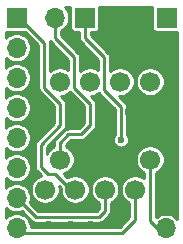
<source format=gbr>
%TF.GenerationSoftware,KiCad,Pcbnew,(5.1.8)-1*%
%TF.CreationDate,2021-01-04T21:32:55+01:00*%
%TF.ProjectId,StepstickAdaptor,53746570-7374-4696-936b-41646170746f,rev?*%
%TF.SameCoordinates,Original*%
%TF.FileFunction,Copper,L4,Bot*%
%TF.FilePolarity,Positive*%
%FSLAX46Y46*%
G04 Gerber Fmt 4.6, Leading zero omitted, Abs format (unit mm)*
G04 Created by KiCad (PCBNEW (5.1.8)-1) date 2021-01-04 21:32:55*
%MOMM*%
%LPD*%
G01*
G04 APERTURE LIST*
%TA.AperFunction,ComponentPad*%
%ADD10C,1.700000*%
%TD*%
%TA.AperFunction,ComponentPad*%
%ADD11R,1.700000X1.700000*%
%TD*%
%TA.AperFunction,ComponentPad*%
%ADD12O,1.700000X1.700000*%
%TD*%
%TA.AperFunction,ViaPad*%
%ADD13C,0.600000*%
%TD*%
%TA.AperFunction,Conductor*%
%ADD14C,0.250000*%
%TD*%
%TA.AperFunction,Conductor*%
%ADD15C,0.254000*%
%TD*%
%TA.AperFunction,Conductor*%
%ADD16C,0.100000*%
%TD*%
G04 APERTURE END LIST*
D10*
%TO.P,J1,15*%
%TO.N,/sck*%
X129985000Y-83601000D03*
%TO.P,J1,13*%
%TO.N,/sdo*%
X132525000Y-83601000D03*
%TO.P,J1,11*%
%TO.N,/sdi*%
X135065000Y-83601000D03*
%TO.P,J1,9*%
%TO.N,/csn*%
X137605000Y-83601000D03*
%TO.P,J1,16*%
%TO.N,GND*%
X128715000Y-86141000D03*
%TO.P,J1,14*%
X131255000Y-86141000D03*
%TO.P,J1,12*%
X133795000Y-86141000D03*
%TO.P,J1,10*%
X136335000Y-86141000D03*
%TO.P,J1,2*%
%TO.N,/ENCN*%
X129985000Y-90201000D03*
%TO.P,J1,4*%
%TO.N,GND*%
X132525000Y-90201000D03*
%TO.P,J1,6*%
X135065000Y-90201000D03*
%TO.P,J1,8*%
%TO.N,VCC*%
X137605000Y-90201000D03*
%TO.P,J1,1*%
%TO.N,/Diag1*%
X128715000Y-92741000D03*
%TO.P,J1,3*%
%TO.N,/en*%
X131255000Y-92741000D03*
%TO.P,J1,5*%
%TO.N,/step*%
X133795000Y-92741000D03*
%TO.P,J1,7*%
%TO.N,/dir*%
X136335000Y-92741000D03*
%TD*%
D11*
%TO.P,J6,1*%
%TO.N,GND*%
X138938000Y-93472000D03*
D12*
%TO.P,J6,2*%
%TO.N,VCC*%
X138938000Y-96012000D03*
%TD*%
D11*
%TO.P,J5,1*%
%TO.N,Net-(J5-Pad1)*%
X138988800Y-78193900D03*
D12*
%TO.P,J5,2*%
%TO.N,GND*%
X138988800Y-80733900D03*
%TD*%
%TO.P,J4,2*%
%TO.N,/ENCN*%
X129540000Y-78181200D03*
D11*
%TO.P,J4,1*%
%TO.N,/Diag1*%
X132080000Y-78181200D03*
%TD*%
D12*
%TO.P,J2,8*%
%TO.N,/dir*%
X126288800Y-95973900D03*
%TO.P,J2,7*%
%TO.N,/step*%
X126288800Y-93433900D03*
%TO.P,J2,6*%
%TO.N,/sdo*%
X126288800Y-90893900D03*
%TO.P,J2,5*%
%TO.N,/clk*%
X126288800Y-88353900D03*
%TO.P,J2,4*%
%TO.N,/csn*%
X126288800Y-85813900D03*
%TO.P,J2,3*%
%TO.N,/sck*%
X126288800Y-83273900D03*
%TO.P,J2,2*%
%TO.N,/sdi*%
X126288800Y-80733900D03*
D11*
%TO.P,J2,1*%
%TO.N,/en*%
X126288800Y-78193900D03*
%TD*%
D13*
%TO.N,GND*%
X132524500Y-81851500D03*
X129984500Y-81851500D03*
X130873500Y-94361000D03*
X127762000Y-84899500D03*
X136779000Y-81851500D03*
X129032000Y-95631000D03*
X130873500Y-95631000D03*
X132588000Y-95694500D03*
X135001000Y-95694500D03*
X129032000Y-94424500D03*
X132588000Y-94297500D03*
X127952500Y-81851500D03*
%TO.N,/Diag1*%
X135128000Y-88518996D03*
%TD*%
D14*
%TO.N,GND*%
X135001000Y-90265000D02*
X135065000Y-90201000D01*
X135001000Y-94297500D02*
X135001000Y-90265000D01*
X132588000Y-90264000D02*
X132525000Y-90201000D01*
X132588000Y-94107000D02*
X132588000Y-90264000D01*
X129159000Y-94107000D02*
X129032000Y-94234000D01*
X132588000Y-94107000D02*
X129159000Y-94107000D01*
X136335000Y-81152500D02*
X136779000Y-80708500D01*
X136335000Y-86141000D02*
X136335000Y-81152500D01*
%TO.N,/ENCN*%
X131762500Y-88074500D02*
X130683000Y-88074500D01*
X132524500Y-87312500D02*
X131762500Y-88074500D01*
X129985000Y-88772500D02*
X129985000Y-90201000D01*
X132524500Y-85471000D02*
X132524500Y-87312500D01*
X131191000Y-84137500D02*
X132524500Y-85471000D01*
X131191000Y-81534000D02*
X131191000Y-84137500D01*
X129540000Y-79883000D02*
X131191000Y-81534000D01*
X130683000Y-88074500D02*
X129985000Y-88772500D01*
X129540000Y-78181200D02*
X129540000Y-79883000D01*
%TO.N,VCC*%
X137605000Y-95441000D02*
X137605000Y-90201000D01*
X138176000Y-96012000D02*
X137605000Y-95441000D01*
X138938000Y-96012000D02*
X138176000Y-96012000D01*
%TO.N,/Diag1*%
X135128000Y-85725000D02*
X135128000Y-88518996D01*
X133731000Y-84328000D02*
X135128000Y-85725000D01*
X133731000Y-81534000D02*
X133731000Y-84328000D01*
X132080000Y-79883000D02*
X133731000Y-81534000D01*
X132080000Y-78181200D02*
X132080000Y-79883000D01*
%TO.N,/en*%
X126288800Y-78193900D02*
X126644400Y-78193900D01*
X129576981Y-91413481D02*
X130904500Y-92741000D01*
X128333500Y-90805000D02*
X128941981Y-91413481D01*
X130904500Y-92741000D02*
X131255000Y-92741000D01*
X128333500Y-88963500D02*
X128333500Y-90805000D01*
X128651000Y-84137500D02*
X129984500Y-85471000D01*
X128941981Y-91413481D02*
X129576981Y-91413481D01*
X129984500Y-85471000D02*
X129984500Y-87312500D01*
X128651000Y-80327500D02*
X128651000Y-84137500D01*
X129984500Y-87312500D02*
X128333500Y-88963500D01*
X126517400Y-78193900D02*
X128651000Y-80327500D01*
X126288800Y-78193900D02*
X126517400Y-78193900D01*
%TO.N,/step*%
X133795000Y-94551000D02*
X133795000Y-92741000D01*
X133286500Y-95059500D02*
X133795000Y-94551000D01*
X127914400Y-95059500D02*
X133286500Y-95059500D01*
X126288800Y-93433900D02*
X127914400Y-95059500D01*
%TO.N,/dir*%
X126707900Y-96393000D02*
X126288800Y-95973900D01*
X135255000Y-96393000D02*
X126707900Y-96393000D01*
X136335000Y-95313000D02*
X135255000Y-96393000D01*
X136335000Y-92741000D02*
X136335000Y-95313000D01*
%TD*%
D15*
%TO.N,GND*%
X137755957Y-77343900D02*
X137755957Y-79043900D01*
X137763313Y-79118589D01*
X137785099Y-79190408D01*
X137820478Y-79256596D01*
X137868089Y-79314611D01*
X137926104Y-79362222D01*
X137992292Y-79397601D01*
X138064111Y-79419387D01*
X138138800Y-79426743D01*
X139838800Y-79426743D01*
X139878200Y-79422863D01*
X139878201Y-95211304D01*
X139722717Y-95055820D01*
X139521097Y-94921102D01*
X139297069Y-94828307D01*
X139059243Y-94781000D01*
X138816757Y-94781000D01*
X138578931Y-94828307D01*
X138354903Y-94921102D01*
X138153283Y-95055820D01*
X138111000Y-95098103D01*
X138111000Y-91323832D01*
X138188097Y-91291898D01*
X138389717Y-91157180D01*
X138561180Y-90985717D01*
X138695898Y-90784097D01*
X138788693Y-90560069D01*
X138836000Y-90322243D01*
X138836000Y-90079757D01*
X138788693Y-89841931D01*
X138695898Y-89617903D01*
X138561180Y-89416283D01*
X138389717Y-89244820D01*
X138188097Y-89110102D01*
X137964069Y-89017307D01*
X137726243Y-88970000D01*
X137483757Y-88970000D01*
X137245931Y-89017307D01*
X137021903Y-89110102D01*
X136820283Y-89244820D01*
X136648820Y-89416283D01*
X136514102Y-89617903D01*
X136421307Y-89841931D01*
X136374000Y-90079757D01*
X136374000Y-90322243D01*
X136421307Y-90560069D01*
X136514102Y-90784097D01*
X136648820Y-90985717D01*
X136820283Y-91157180D01*
X137021903Y-91291898D01*
X137099001Y-91323833D01*
X137099001Y-91770978D01*
X136918097Y-91650102D01*
X136694069Y-91557307D01*
X136456243Y-91510000D01*
X136213757Y-91510000D01*
X135975931Y-91557307D01*
X135751903Y-91650102D01*
X135550283Y-91784820D01*
X135378820Y-91956283D01*
X135244102Y-92157903D01*
X135151307Y-92381931D01*
X135104000Y-92619757D01*
X135104000Y-92862243D01*
X135151307Y-93100069D01*
X135244102Y-93324097D01*
X135378820Y-93525717D01*
X135550283Y-93697180D01*
X135751903Y-93831898D01*
X135829000Y-93863833D01*
X135829001Y-95103407D01*
X135045409Y-95887000D01*
X127519800Y-95887000D01*
X127519800Y-95852657D01*
X127472493Y-95614831D01*
X127379698Y-95390803D01*
X127244980Y-95189183D01*
X127073517Y-95017720D01*
X126871897Y-94883002D01*
X126647869Y-94790207D01*
X126410043Y-94742900D01*
X126167557Y-94742900D01*
X125929731Y-94790207D01*
X125705703Y-94883002D01*
X125504083Y-95017720D01*
X125386700Y-95135103D01*
X125386700Y-94272697D01*
X125504083Y-94390080D01*
X125705703Y-94524798D01*
X125929731Y-94617593D01*
X126167557Y-94664900D01*
X126410043Y-94664900D01*
X126647869Y-94617593D01*
X126724967Y-94585658D01*
X127539028Y-95399720D01*
X127554873Y-95419027D01*
X127631921Y-95482259D01*
X127719825Y-95529245D01*
X127815207Y-95558178D01*
X127914400Y-95567948D01*
X127939254Y-95565500D01*
X133261654Y-95565500D01*
X133286500Y-95567947D01*
X133311346Y-95565500D01*
X133311354Y-95565500D01*
X133385693Y-95558178D01*
X133481075Y-95529245D01*
X133568979Y-95482259D01*
X133646027Y-95419027D01*
X133661876Y-95399715D01*
X134135220Y-94926372D01*
X134154527Y-94910527D01*
X134217759Y-94833479D01*
X134264745Y-94745575D01*
X134293678Y-94650193D01*
X134301000Y-94575854D01*
X134301000Y-94575853D01*
X134303448Y-94551000D01*
X134301000Y-94526146D01*
X134301000Y-93863832D01*
X134378097Y-93831898D01*
X134579717Y-93697180D01*
X134751180Y-93525717D01*
X134885898Y-93324097D01*
X134978693Y-93100069D01*
X135026000Y-92862243D01*
X135026000Y-92619757D01*
X134978693Y-92381931D01*
X134885898Y-92157903D01*
X134751180Y-91956283D01*
X134579717Y-91784820D01*
X134378097Y-91650102D01*
X134154069Y-91557307D01*
X133916243Y-91510000D01*
X133673757Y-91510000D01*
X133435931Y-91557307D01*
X133211903Y-91650102D01*
X133010283Y-91784820D01*
X132838820Y-91956283D01*
X132704102Y-92157903D01*
X132611307Y-92381931D01*
X132564000Y-92619757D01*
X132564000Y-92862243D01*
X132611307Y-93100069D01*
X132704102Y-93324097D01*
X132838820Y-93525717D01*
X133010283Y-93697180D01*
X133211903Y-93831898D01*
X133289000Y-93863833D01*
X133289000Y-94341408D01*
X133076909Y-94553500D01*
X128123992Y-94553500D01*
X127440558Y-93870067D01*
X127472493Y-93792969D01*
X127519800Y-93555143D01*
X127519800Y-93312657D01*
X127472493Y-93074831D01*
X127379698Y-92850803D01*
X127244980Y-92649183D01*
X127073517Y-92477720D01*
X126871897Y-92343002D01*
X126647869Y-92250207D01*
X126410043Y-92202900D01*
X126167557Y-92202900D01*
X125929731Y-92250207D01*
X125705703Y-92343002D01*
X125504083Y-92477720D01*
X125386700Y-92595103D01*
X125386700Y-91732697D01*
X125504083Y-91850080D01*
X125705703Y-91984798D01*
X125929731Y-92077593D01*
X126167557Y-92124900D01*
X126410043Y-92124900D01*
X126647869Y-92077593D01*
X126871897Y-91984798D01*
X127073517Y-91850080D01*
X127244980Y-91678617D01*
X127379698Y-91476997D01*
X127472493Y-91252969D01*
X127519800Y-91015143D01*
X127519800Y-90772657D01*
X127472493Y-90534831D01*
X127379698Y-90310803D01*
X127244980Y-90109183D01*
X127073517Y-89937720D01*
X126871897Y-89803002D01*
X126647869Y-89710207D01*
X126410043Y-89662900D01*
X126167557Y-89662900D01*
X125929731Y-89710207D01*
X125705703Y-89803002D01*
X125504083Y-89937720D01*
X125386700Y-90055103D01*
X125386700Y-89192697D01*
X125504083Y-89310080D01*
X125705703Y-89444798D01*
X125929731Y-89537593D01*
X126167557Y-89584900D01*
X126410043Y-89584900D01*
X126647869Y-89537593D01*
X126871897Y-89444798D01*
X127073517Y-89310080D01*
X127244980Y-89138617D01*
X127379698Y-88936997D01*
X127472493Y-88712969D01*
X127519800Y-88475143D01*
X127519800Y-88232657D01*
X127472493Y-87994831D01*
X127379698Y-87770803D01*
X127244980Y-87569183D01*
X127073517Y-87397720D01*
X126871897Y-87263002D01*
X126647869Y-87170207D01*
X126410043Y-87122900D01*
X126167557Y-87122900D01*
X125929731Y-87170207D01*
X125705703Y-87263002D01*
X125504083Y-87397720D01*
X125386700Y-87515103D01*
X125386700Y-86652697D01*
X125504083Y-86770080D01*
X125705703Y-86904798D01*
X125929731Y-86997593D01*
X126167557Y-87044900D01*
X126410043Y-87044900D01*
X126647869Y-86997593D01*
X126871897Y-86904798D01*
X127073517Y-86770080D01*
X127244980Y-86598617D01*
X127379698Y-86396997D01*
X127472493Y-86172969D01*
X127519800Y-85935143D01*
X127519800Y-85692657D01*
X127472493Y-85454831D01*
X127379698Y-85230803D01*
X127244980Y-85029183D01*
X127073517Y-84857720D01*
X126871897Y-84723002D01*
X126647869Y-84630207D01*
X126410043Y-84582900D01*
X126167557Y-84582900D01*
X125929731Y-84630207D01*
X125705703Y-84723002D01*
X125504083Y-84857720D01*
X125386700Y-84975103D01*
X125386700Y-84112697D01*
X125504083Y-84230080D01*
X125705703Y-84364798D01*
X125929731Y-84457593D01*
X126167557Y-84504900D01*
X126410043Y-84504900D01*
X126647869Y-84457593D01*
X126871897Y-84364798D01*
X127073517Y-84230080D01*
X127244980Y-84058617D01*
X127379698Y-83856997D01*
X127472493Y-83632969D01*
X127519800Y-83395143D01*
X127519800Y-83152657D01*
X127472493Y-82914831D01*
X127379698Y-82690803D01*
X127244980Y-82489183D01*
X127073517Y-82317720D01*
X126871897Y-82183002D01*
X126647869Y-82090207D01*
X126410043Y-82042900D01*
X126167557Y-82042900D01*
X125929731Y-82090207D01*
X125705703Y-82183002D01*
X125504083Y-82317720D01*
X125386700Y-82435103D01*
X125386700Y-81572697D01*
X125504083Y-81690080D01*
X125705703Y-81824798D01*
X125929731Y-81917593D01*
X126167557Y-81964900D01*
X126410043Y-81964900D01*
X126647869Y-81917593D01*
X126871897Y-81824798D01*
X127073517Y-81690080D01*
X127244980Y-81518617D01*
X127379698Y-81316997D01*
X127472493Y-81092969D01*
X127519800Y-80855143D01*
X127519800Y-80612657D01*
X127472493Y-80374831D01*
X127379698Y-80150803D01*
X127244980Y-79949183D01*
X127073517Y-79777720D01*
X126871897Y-79643002D01*
X126647869Y-79550207D01*
X126410043Y-79502900D01*
X126167557Y-79502900D01*
X125929731Y-79550207D01*
X125705703Y-79643002D01*
X125504083Y-79777720D01*
X125386700Y-79895103D01*
X125386700Y-79421612D01*
X125438800Y-79426743D01*
X127034652Y-79426743D01*
X128145000Y-80537092D01*
X128145001Y-84112644D01*
X128142553Y-84137500D01*
X128152322Y-84236692D01*
X128181255Y-84332074D01*
X128198747Y-84364798D01*
X128228242Y-84419979D01*
X128291474Y-84497027D01*
X128310780Y-84512871D01*
X129478500Y-85680592D01*
X129478501Y-87102907D01*
X127993285Y-88588124D01*
X127973973Y-88603973D01*
X127910741Y-88681021D01*
X127863755Y-88768926D01*
X127834822Y-88864308D01*
X127827500Y-88938647D01*
X127827500Y-88938654D01*
X127825053Y-88963500D01*
X127827500Y-88988346D01*
X127827501Y-90780144D01*
X127825053Y-90805000D01*
X127834822Y-90904192D01*
X127863755Y-90999574D01*
X127863756Y-90999575D01*
X127910742Y-91087479D01*
X127973974Y-91164527D01*
X127993280Y-91180371D01*
X128367845Y-91554937D01*
X128355931Y-91557307D01*
X128131903Y-91650102D01*
X127930283Y-91784820D01*
X127758820Y-91956283D01*
X127624102Y-92157903D01*
X127531307Y-92381931D01*
X127484000Y-92619757D01*
X127484000Y-92862243D01*
X127531307Y-93100069D01*
X127624102Y-93324097D01*
X127758820Y-93525717D01*
X127930283Y-93697180D01*
X128131903Y-93831898D01*
X128355931Y-93924693D01*
X128593757Y-93972000D01*
X128836243Y-93972000D01*
X129074069Y-93924693D01*
X129298097Y-93831898D01*
X129499717Y-93697180D01*
X129671180Y-93525717D01*
X129805898Y-93324097D01*
X129898693Y-93100069D01*
X129946000Y-92862243D01*
X129946000Y-92619757D01*
X129915790Y-92467881D01*
X130031245Y-92583336D01*
X130024000Y-92619757D01*
X130024000Y-92862243D01*
X130071307Y-93100069D01*
X130164102Y-93324097D01*
X130298820Y-93525717D01*
X130470283Y-93697180D01*
X130671903Y-93831898D01*
X130895931Y-93924693D01*
X131133757Y-93972000D01*
X131376243Y-93972000D01*
X131614069Y-93924693D01*
X131838097Y-93831898D01*
X132039717Y-93697180D01*
X132211180Y-93525717D01*
X132345898Y-93324097D01*
X132438693Y-93100069D01*
X132486000Y-92862243D01*
X132486000Y-92619757D01*
X132438693Y-92381931D01*
X132345898Y-92157903D01*
X132211180Y-91956283D01*
X132039717Y-91784820D01*
X131838097Y-91650102D01*
X131614069Y-91557307D01*
X131376243Y-91510000D01*
X131133757Y-91510000D01*
X130895931Y-91557307D01*
X130671903Y-91650102D01*
X130586355Y-91707263D01*
X130277104Y-91398013D01*
X130344069Y-91384693D01*
X130568097Y-91291898D01*
X130769717Y-91157180D01*
X130941180Y-90985717D01*
X131075898Y-90784097D01*
X131168693Y-90560069D01*
X131216000Y-90322243D01*
X131216000Y-90079757D01*
X131168693Y-89841931D01*
X131075898Y-89617903D01*
X130941180Y-89416283D01*
X130769717Y-89244820D01*
X130568097Y-89110102D01*
X130491000Y-89078168D01*
X130491000Y-88982091D01*
X130892592Y-88580500D01*
X131737654Y-88580500D01*
X131762500Y-88582947D01*
X131787346Y-88580500D01*
X131787354Y-88580500D01*
X131861693Y-88573178D01*
X131957075Y-88544245D01*
X132044979Y-88497259D01*
X132122027Y-88434027D01*
X132137876Y-88414715D01*
X132864720Y-87687872D01*
X132884027Y-87672027D01*
X132947259Y-87594979D01*
X132994245Y-87507075D01*
X133023178Y-87411693D01*
X133030500Y-87337354D01*
X133032948Y-87312500D01*
X133030500Y-87287646D01*
X133030500Y-85495854D01*
X133032948Y-85471000D01*
X133023178Y-85371807D01*
X132994245Y-85276425D01*
X132967464Y-85226322D01*
X132947259Y-85188521D01*
X132884027Y-85111473D01*
X132864720Y-85095628D01*
X132601092Y-84832000D01*
X132646243Y-84832000D01*
X132884069Y-84784693D01*
X133108097Y-84691898D01*
X133287638Y-84571932D01*
X133308242Y-84610479D01*
X133371474Y-84687527D01*
X133390780Y-84703372D01*
X134622000Y-85934592D01*
X134622001Y-88061916D01*
X134599033Y-88084884D01*
X134524506Y-88196422D01*
X134473171Y-88320356D01*
X134447000Y-88451923D01*
X134447000Y-88586069D01*
X134473171Y-88717636D01*
X134524506Y-88841570D01*
X134599033Y-88953108D01*
X134693888Y-89047963D01*
X134805426Y-89122490D01*
X134929360Y-89173825D01*
X135060927Y-89199996D01*
X135195073Y-89199996D01*
X135326640Y-89173825D01*
X135450574Y-89122490D01*
X135562112Y-89047963D01*
X135656967Y-88953108D01*
X135731494Y-88841570D01*
X135782829Y-88717636D01*
X135809000Y-88586069D01*
X135809000Y-88451923D01*
X135782829Y-88320356D01*
X135731494Y-88196422D01*
X135656967Y-88084884D01*
X135634000Y-88061917D01*
X135634000Y-85749845D01*
X135636447Y-85724999D01*
X135634000Y-85700153D01*
X135634000Y-85700146D01*
X135626678Y-85625807D01*
X135597745Y-85530425D01*
X135550759Y-85442521D01*
X135487527Y-85365473D01*
X135468220Y-85349628D01*
X134950592Y-84832000D01*
X135186243Y-84832000D01*
X135424069Y-84784693D01*
X135648097Y-84691898D01*
X135849717Y-84557180D01*
X136021180Y-84385717D01*
X136155898Y-84184097D01*
X136248693Y-83960069D01*
X136296000Y-83722243D01*
X136296000Y-83479757D01*
X136374000Y-83479757D01*
X136374000Y-83722243D01*
X136421307Y-83960069D01*
X136514102Y-84184097D01*
X136648820Y-84385717D01*
X136820283Y-84557180D01*
X137021903Y-84691898D01*
X137245931Y-84784693D01*
X137483757Y-84832000D01*
X137726243Y-84832000D01*
X137964069Y-84784693D01*
X138188097Y-84691898D01*
X138389717Y-84557180D01*
X138561180Y-84385717D01*
X138695898Y-84184097D01*
X138788693Y-83960069D01*
X138836000Y-83722243D01*
X138836000Y-83479757D01*
X138788693Y-83241931D01*
X138695898Y-83017903D01*
X138561180Y-82816283D01*
X138389717Y-82644820D01*
X138188097Y-82510102D01*
X137964069Y-82417307D01*
X137726243Y-82370000D01*
X137483757Y-82370000D01*
X137245931Y-82417307D01*
X137021903Y-82510102D01*
X136820283Y-82644820D01*
X136648820Y-82816283D01*
X136514102Y-83017903D01*
X136421307Y-83241931D01*
X136374000Y-83479757D01*
X136296000Y-83479757D01*
X136248693Y-83241931D01*
X136155898Y-83017903D01*
X136021180Y-82816283D01*
X135849717Y-82644820D01*
X135648097Y-82510102D01*
X135424069Y-82417307D01*
X135186243Y-82370000D01*
X134943757Y-82370000D01*
X134705931Y-82417307D01*
X134481903Y-82510102D01*
X134280283Y-82644820D01*
X134237000Y-82688103D01*
X134237000Y-81558854D01*
X134239448Y-81534000D01*
X134229678Y-81434807D01*
X134200745Y-81339425D01*
X134188757Y-81316997D01*
X134153759Y-81251521D01*
X134090527Y-81174473D01*
X134071220Y-81158628D01*
X132586000Y-79673409D01*
X132586000Y-79414043D01*
X132930000Y-79414043D01*
X133004689Y-79406687D01*
X133076508Y-79384901D01*
X133142696Y-79349522D01*
X133200711Y-79301911D01*
X133248322Y-79243896D01*
X133283701Y-79177708D01*
X133305487Y-79105889D01*
X133312843Y-79031200D01*
X133312843Y-77331200D01*
X133310213Y-77304500D01*
X137759837Y-77304500D01*
X137755957Y-77343900D01*
%TA.AperFunction,Conductor*%
D16*
G36*
X137755957Y-77343900D02*
G01*
X137755957Y-79043900D01*
X137763313Y-79118589D01*
X137785099Y-79190408D01*
X137820478Y-79256596D01*
X137868089Y-79314611D01*
X137926104Y-79362222D01*
X137992292Y-79397601D01*
X138064111Y-79419387D01*
X138138800Y-79426743D01*
X139838800Y-79426743D01*
X139878200Y-79422863D01*
X139878201Y-95211304D01*
X139722717Y-95055820D01*
X139521097Y-94921102D01*
X139297069Y-94828307D01*
X139059243Y-94781000D01*
X138816757Y-94781000D01*
X138578931Y-94828307D01*
X138354903Y-94921102D01*
X138153283Y-95055820D01*
X138111000Y-95098103D01*
X138111000Y-91323832D01*
X138188097Y-91291898D01*
X138389717Y-91157180D01*
X138561180Y-90985717D01*
X138695898Y-90784097D01*
X138788693Y-90560069D01*
X138836000Y-90322243D01*
X138836000Y-90079757D01*
X138788693Y-89841931D01*
X138695898Y-89617903D01*
X138561180Y-89416283D01*
X138389717Y-89244820D01*
X138188097Y-89110102D01*
X137964069Y-89017307D01*
X137726243Y-88970000D01*
X137483757Y-88970000D01*
X137245931Y-89017307D01*
X137021903Y-89110102D01*
X136820283Y-89244820D01*
X136648820Y-89416283D01*
X136514102Y-89617903D01*
X136421307Y-89841931D01*
X136374000Y-90079757D01*
X136374000Y-90322243D01*
X136421307Y-90560069D01*
X136514102Y-90784097D01*
X136648820Y-90985717D01*
X136820283Y-91157180D01*
X137021903Y-91291898D01*
X137099001Y-91323833D01*
X137099001Y-91770978D01*
X136918097Y-91650102D01*
X136694069Y-91557307D01*
X136456243Y-91510000D01*
X136213757Y-91510000D01*
X135975931Y-91557307D01*
X135751903Y-91650102D01*
X135550283Y-91784820D01*
X135378820Y-91956283D01*
X135244102Y-92157903D01*
X135151307Y-92381931D01*
X135104000Y-92619757D01*
X135104000Y-92862243D01*
X135151307Y-93100069D01*
X135244102Y-93324097D01*
X135378820Y-93525717D01*
X135550283Y-93697180D01*
X135751903Y-93831898D01*
X135829000Y-93863833D01*
X135829001Y-95103407D01*
X135045409Y-95887000D01*
X127519800Y-95887000D01*
X127519800Y-95852657D01*
X127472493Y-95614831D01*
X127379698Y-95390803D01*
X127244980Y-95189183D01*
X127073517Y-95017720D01*
X126871897Y-94883002D01*
X126647869Y-94790207D01*
X126410043Y-94742900D01*
X126167557Y-94742900D01*
X125929731Y-94790207D01*
X125705703Y-94883002D01*
X125504083Y-95017720D01*
X125386700Y-95135103D01*
X125386700Y-94272697D01*
X125504083Y-94390080D01*
X125705703Y-94524798D01*
X125929731Y-94617593D01*
X126167557Y-94664900D01*
X126410043Y-94664900D01*
X126647869Y-94617593D01*
X126724967Y-94585658D01*
X127539028Y-95399720D01*
X127554873Y-95419027D01*
X127631921Y-95482259D01*
X127719825Y-95529245D01*
X127815207Y-95558178D01*
X127914400Y-95567948D01*
X127939254Y-95565500D01*
X133261654Y-95565500D01*
X133286500Y-95567947D01*
X133311346Y-95565500D01*
X133311354Y-95565500D01*
X133385693Y-95558178D01*
X133481075Y-95529245D01*
X133568979Y-95482259D01*
X133646027Y-95419027D01*
X133661876Y-95399715D01*
X134135220Y-94926372D01*
X134154527Y-94910527D01*
X134217759Y-94833479D01*
X134264745Y-94745575D01*
X134293678Y-94650193D01*
X134301000Y-94575854D01*
X134301000Y-94575853D01*
X134303448Y-94551000D01*
X134301000Y-94526146D01*
X134301000Y-93863832D01*
X134378097Y-93831898D01*
X134579717Y-93697180D01*
X134751180Y-93525717D01*
X134885898Y-93324097D01*
X134978693Y-93100069D01*
X135026000Y-92862243D01*
X135026000Y-92619757D01*
X134978693Y-92381931D01*
X134885898Y-92157903D01*
X134751180Y-91956283D01*
X134579717Y-91784820D01*
X134378097Y-91650102D01*
X134154069Y-91557307D01*
X133916243Y-91510000D01*
X133673757Y-91510000D01*
X133435931Y-91557307D01*
X133211903Y-91650102D01*
X133010283Y-91784820D01*
X132838820Y-91956283D01*
X132704102Y-92157903D01*
X132611307Y-92381931D01*
X132564000Y-92619757D01*
X132564000Y-92862243D01*
X132611307Y-93100069D01*
X132704102Y-93324097D01*
X132838820Y-93525717D01*
X133010283Y-93697180D01*
X133211903Y-93831898D01*
X133289000Y-93863833D01*
X133289000Y-94341408D01*
X133076909Y-94553500D01*
X128123992Y-94553500D01*
X127440558Y-93870067D01*
X127472493Y-93792969D01*
X127519800Y-93555143D01*
X127519800Y-93312657D01*
X127472493Y-93074831D01*
X127379698Y-92850803D01*
X127244980Y-92649183D01*
X127073517Y-92477720D01*
X126871897Y-92343002D01*
X126647869Y-92250207D01*
X126410043Y-92202900D01*
X126167557Y-92202900D01*
X125929731Y-92250207D01*
X125705703Y-92343002D01*
X125504083Y-92477720D01*
X125386700Y-92595103D01*
X125386700Y-91732697D01*
X125504083Y-91850080D01*
X125705703Y-91984798D01*
X125929731Y-92077593D01*
X126167557Y-92124900D01*
X126410043Y-92124900D01*
X126647869Y-92077593D01*
X126871897Y-91984798D01*
X127073517Y-91850080D01*
X127244980Y-91678617D01*
X127379698Y-91476997D01*
X127472493Y-91252969D01*
X127519800Y-91015143D01*
X127519800Y-90772657D01*
X127472493Y-90534831D01*
X127379698Y-90310803D01*
X127244980Y-90109183D01*
X127073517Y-89937720D01*
X126871897Y-89803002D01*
X126647869Y-89710207D01*
X126410043Y-89662900D01*
X126167557Y-89662900D01*
X125929731Y-89710207D01*
X125705703Y-89803002D01*
X125504083Y-89937720D01*
X125386700Y-90055103D01*
X125386700Y-89192697D01*
X125504083Y-89310080D01*
X125705703Y-89444798D01*
X125929731Y-89537593D01*
X126167557Y-89584900D01*
X126410043Y-89584900D01*
X126647869Y-89537593D01*
X126871897Y-89444798D01*
X127073517Y-89310080D01*
X127244980Y-89138617D01*
X127379698Y-88936997D01*
X127472493Y-88712969D01*
X127519800Y-88475143D01*
X127519800Y-88232657D01*
X127472493Y-87994831D01*
X127379698Y-87770803D01*
X127244980Y-87569183D01*
X127073517Y-87397720D01*
X126871897Y-87263002D01*
X126647869Y-87170207D01*
X126410043Y-87122900D01*
X126167557Y-87122900D01*
X125929731Y-87170207D01*
X125705703Y-87263002D01*
X125504083Y-87397720D01*
X125386700Y-87515103D01*
X125386700Y-86652697D01*
X125504083Y-86770080D01*
X125705703Y-86904798D01*
X125929731Y-86997593D01*
X126167557Y-87044900D01*
X126410043Y-87044900D01*
X126647869Y-86997593D01*
X126871897Y-86904798D01*
X127073517Y-86770080D01*
X127244980Y-86598617D01*
X127379698Y-86396997D01*
X127472493Y-86172969D01*
X127519800Y-85935143D01*
X127519800Y-85692657D01*
X127472493Y-85454831D01*
X127379698Y-85230803D01*
X127244980Y-85029183D01*
X127073517Y-84857720D01*
X126871897Y-84723002D01*
X126647869Y-84630207D01*
X126410043Y-84582900D01*
X126167557Y-84582900D01*
X125929731Y-84630207D01*
X125705703Y-84723002D01*
X125504083Y-84857720D01*
X125386700Y-84975103D01*
X125386700Y-84112697D01*
X125504083Y-84230080D01*
X125705703Y-84364798D01*
X125929731Y-84457593D01*
X126167557Y-84504900D01*
X126410043Y-84504900D01*
X126647869Y-84457593D01*
X126871897Y-84364798D01*
X127073517Y-84230080D01*
X127244980Y-84058617D01*
X127379698Y-83856997D01*
X127472493Y-83632969D01*
X127519800Y-83395143D01*
X127519800Y-83152657D01*
X127472493Y-82914831D01*
X127379698Y-82690803D01*
X127244980Y-82489183D01*
X127073517Y-82317720D01*
X126871897Y-82183002D01*
X126647869Y-82090207D01*
X126410043Y-82042900D01*
X126167557Y-82042900D01*
X125929731Y-82090207D01*
X125705703Y-82183002D01*
X125504083Y-82317720D01*
X125386700Y-82435103D01*
X125386700Y-81572697D01*
X125504083Y-81690080D01*
X125705703Y-81824798D01*
X125929731Y-81917593D01*
X126167557Y-81964900D01*
X126410043Y-81964900D01*
X126647869Y-81917593D01*
X126871897Y-81824798D01*
X127073517Y-81690080D01*
X127244980Y-81518617D01*
X127379698Y-81316997D01*
X127472493Y-81092969D01*
X127519800Y-80855143D01*
X127519800Y-80612657D01*
X127472493Y-80374831D01*
X127379698Y-80150803D01*
X127244980Y-79949183D01*
X127073517Y-79777720D01*
X126871897Y-79643002D01*
X126647869Y-79550207D01*
X126410043Y-79502900D01*
X126167557Y-79502900D01*
X125929731Y-79550207D01*
X125705703Y-79643002D01*
X125504083Y-79777720D01*
X125386700Y-79895103D01*
X125386700Y-79421612D01*
X125438800Y-79426743D01*
X127034652Y-79426743D01*
X128145000Y-80537092D01*
X128145001Y-84112644D01*
X128142553Y-84137500D01*
X128152322Y-84236692D01*
X128181255Y-84332074D01*
X128198747Y-84364798D01*
X128228242Y-84419979D01*
X128291474Y-84497027D01*
X128310780Y-84512871D01*
X129478500Y-85680592D01*
X129478501Y-87102907D01*
X127993285Y-88588124D01*
X127973973Y-88603973D01*
X127910741Y-88681021D01*
X127863755Y-88768926D01*
X127834822Y-88864308D01*
X127827500Y-88938647D01*
X127827500Y-88938654D01*
X127825053Y-88963500D01*
X127827500Y-88988346D01*
X127827501Y-90780144D01*
X127825053Y-90805000D01*
X127834822Y-90904192D01*
X127863755Y-90999574D01*
X127863756Y-90999575D01*
X127910742Y-91087479D01*
X127973974Y-91164527D01*
X127993280Y-91180371D01*
X128367845Y-91554937D01*
X128355931Y-91557307D01*
X128131903Y-91650102D01*
X127930283Y-91784820D01*
X127758820Y-91956283D01*
X127624102Y-92157903D01*
X127531307Y-92381931D01*
X127484000Y-92619757D01*
X127484000Y-92862243D01*
X127531307Y-93100069D01*
X127624102Y-93324097D01*
X127758820Y-93525717D01*
X127930283Y-93697180D01*
X128131903Y-93831898D01*
X128355931Y-93924693D01*
X128593757Y-93972000D01*
X128836243Y-93972000D01*
X129074069Y-93924693D01*
X129298097Y-93831898D01*
X129499717Y-93697180D01*
X129671180Y-93525717D01*
X129805898Y-93324097D01*
X129898693Y-93100069D01*
X129946000Y-92862243D01*
X129946000Y-92619757D01*
X129915790Y-92467881D01*
X130031245Y-92583336D01*
X130024000Y-92619757D01*
X130024000Y-92862243D01*
X130071307Y-93100069D01*
X130164102Y-93324097D01*
X130298820Y-93525717D01*
X130470283Y-93697180D01*
X130671903Y-93831898D01*
X130895931Y-93924693D01*
X131133757Y-93972000D01*
X131376243Y-93972000D01*
X131614069Y-93924693D01*
X131838097Y-93831898D01*
X132039717Y-93697180D01*
X132211180Y-93525717D01*
X132345898Y-93324097D01*
X132438693Y-93100069D01*
X132486000Y-92862243D01*
X132486000Y-92619757D01*
X132438693Y-92381931D01*
X132345898Y-92157903D01*
X132211180Y-91956283D01*
X132039717Y-91784820D01*
X131838097Y-91650102D01*
X131614069Y-91557307D01*
X131376243Y-91510000D01*
X131133757Y-91510000D01*
X130895931Y-91557307D01*
X130671903Y-91650102D01*
X130586355Y-91707263D01*
X130277104Y-91398013D01*
X130344069Y-91384693D01*
X130568097Y-91291898D01*
X130769717Y-91157180D01*
X130941180Y-90985717D01*
X131075898Y-90784097D01*
X131168693Y-90560069D01*
X131216000Y-90322243D01*
X131216000Y-90079757D01*
X131168693Y-89841931D01*
X131075898Y-89617903D01*
X130941180Y-89416283D01*
X130769717Y-89244820D01*
X130568097Y-89110102D01*
X130491000Y-89078168D01*
X130491000Y-88982091D01*
X130892592Y-88580500D01*
X131737654Y-88580500D01*
X131762500Y-88582947D01*
X131787346Y-88580500D01*
X131787354Y-88580500D01*
X131861693Y-88573178D01*
X131957075Y-88544245D01*
X132044979Y-88497259D01*
X132122027Y-88434027D01*
X132137876Y-88414715D01*
X132864720Y-87687872D01*
X132884027Y-87672027D01*
X132947259Y-87594979D01*
X132994245Y-87507075D01*
X133023178Y-87411693D01*
X133030500Y-87337354D01*
X133032948Y-87312500D01*
X133030500Y-87287646D01*
X133030500Y-85495854D01*
X133032948Y-85471000D01*
X133023178Y-85371807D01*
X132994245Y-85276425D01*
X132967464Y-85226322D01*
X132947259Y-85188521D01*
X132884027Y-85111473D01*
X132864720Y-85095628D01*
X132601092Y-84832000D01*
X132646243Y-84832000D01*
X132884069Y-84784693D01*
X133108097Y-84691898D01*
X133287638Y-84571932D01*
X133308242Y-84610479D01*
X133371474Y-84687527D01*
X133390780Y-84703372D01*
X134622000Y-85934592D01*
X134622001Y-88061916D01*
X134599033Y-88084884D01*
X134524506Y-88196422D01*
X134473171Y-88320356D01*
X134447000Y-88451923D01*
X134447000Y-88586069D01*
X134473171Y-88717636D01*
X134524506Y-88841570D01*
X134599033Y-88953108D01*
X134693888Y-89047963D01*
X134805426Y-89122490D01*
X134929360Y-89173825D01*
X135060927Y-89199996D01*
X135195073Y-89199996D01*
X135326640Y-89173825D01*
X135450574Y-89122490D01*
X135562112Y-89047963D01*
X135656967Y-88953108D01*
X135731494Y-88841570D01*
X135782829Y-88717636D01*
X135809000Y-88586069D01*
X135809000Y-88451923D01*
X135782829Y-88320356D01*
X135731494Y-88196422D01*
X135656967Y-88084884D01*
X135634000Y-88061917D01*
X135634000Y-85749845D01*
X135636447Y-85724999D01*
X135634000Y-85700153D01*
X135634000Y-85700146D01*
X135626678Y-85625807D01*
X135597745Y-85530425D01*
X135550759Y-85442521D01*
X135487527Y-85365473D01*
X135468220Y-85349628D01*
X134950592Y-84832000D01*
X135186243Y-84832000D01*
X135424069Y-84784693D01*
X135648097Y-84691898D01*
X135849717Y-84557180D01*
X136021180Y-84385717D01*
X136155898Y-84184097D01*
X136248693Y-83960069D01*
X136296000Y-83722243D01*
X136296000Y-83479757D01*
X136374000Y-83479757D01*
X136374000Y-83722243D01*
X136421307Y-83960069D01*
X136514102Y-84184097D01*
X136648820Y-84385717D01*
X136820283Y-84557180D01*
X137021903Y-84691898D01*
X137245931Y-84784693D01*
X137483757Y-84832000D01*
X137726243Y-84832000D01*
X137964069Y-84784693D01*
X138188097Y-84691898D01*
X138389717Y-84557180D01*
X138561180Y-84385717D01*
X138695898Y-84184097D01*
X138788693Y-83960069D01*
X138836000Y-83722243D01*
X138836000Y-83479757D01*
X138788693Y-83241931D01*
X138695898Y-83017903D01*
X138561180Y-82816283D01*
X138389717Y-82644820D01*
X138188097Y-82510102D01*
X137964069Y-82417307D01*
X137726243Y-82370000D01*
X137483757Y-82370000D01*
X137245931Y-82417307D01*
X137021903Y-82510102D01*
X136820283Y-82644820D01*
X136648820Y-82816283D01*
X136514102Y-83017903D01*
X136421307Y-83241931D01*
X136374000Y-83479757D01*
X136296000Y-83479757D01*
X136248693Y-83241931D01*
X136155898Y-83017903D01*
X136021180Y-82816283D01*
X135849717Y-82644820D01*
X135648097Y-82510102D01*
X135424069Y-82417307D01*
X135186243Y-82370000D01*
X134943757Y-82370000D01*
X134705931Y-82417307D01*
X134481903Y-82510102D01*
X134280283Y-82644820D01*
X134237000Y-82688103D01*
X134237000Y-81558854D01*
X134239448Y-81534000D01*
X134229678Y-81434807D01*
X134200745Y-81339425D01*
X134188757Y-81316997D01*
X134153759Y-81251521D01*
X134090527Y-81174473D01*
X134071220Y-81158628D01*
X132586000Y-79673409D01*
X132586000Y-79414043D01*
X132930000Y-79414043D01*
X133004689Y-79406687D01*
X133076508Y-79384901D01*
X133142696Y-79349522D01*
X133200711Y-79301911D01*
X133248322Y-79243896D01*
X133283701Y-79177708D01*
X133305487Y-79105889D01*
X133312843Y-79031200D01*
X133312843Y-77331200D01*
X133310213Y-77304500D01*
X137759837Y-77304500D01*
X137755957Y-77343900D01*
G37*
%TD.AperFunction*%
D15*
X130831474Y-84497027D02*
X130850780Y-84512871D01*
X132018500Y-85680592D01*
X132018501Y-87102907D01*
X131552909Y-87568500D01*
X130707845Y-87568500D01*
X130682999Y-87566053D01*
X130658153Y-87568500D01*
X130658146Y-87568500D01*
X130583807Y-87575822D01*
X130488425Y-87604755D01*
X130400521Y-87651741D01*
X130323473Y-87714973D01*
X130307629Y-87734279D01*
X129644785Y-88397124D01*
X129625473Y-88412973D01*
X129562241Y-88490021D01*
X129515255Y-88577926D01*
X129486322Y-88673308D01*
X129479000Y-88747647D01*
X129479000Y-88747654D01*
X129476553Y-88772500D01*
X129479000Y-88797347D01*
X129479000Y-89078167D01*
X129401903Y-89110102D01*
X129200283Y-89244820D01*
X129028820Y-89416283D01*
X128894102Y-89617903D01*
X128839500Y-89749725D01*
X128839500Y-89173091D01*
X130324720Y-87687872D01*
X130344027Y-87672027D01*
X130407259Y-87594979D01*
X130454245Y-87507075D01*
X130483178Y-87411693D01*
X130490500Y-87337354D01*
X130492948Y-87312500D01*
X130490500Y-87287646D01*
X130490500Y-85495854D01*
X130492948Y-85471000D01*
X130483178Y-85371807D01*
X130454245Y-85276425D01*
X130427464Y-85226322D01*
X130407259Y-85188521D01*
X130344027Y-85111473D01*
X130324720Y-85095628D01*
X130061092Y-84832000D01*
X130106243Y-84832000D01*
X130344069Y-84784693D01*
X130568097Y-84691898D01*
X130769717Y-84557180D01*
X130830751Y-84496146D01*
X130831474Y-84497027D01*
%TA.AperFunction,Conductor*%
D16*
G36*
X130831474Y-84497027D02*
G01*
X130850780Y-84512871D01*
X132018500Y-85680592D01*
X132018501Y-87102907D01*
X131552909Y-87568500D01*
X130707845Y-87568500D01*
X130682999Y-87566053D01*
X130658153Y-87568500D01*
X130658146Y-87568500D01*
X130583807Y-87575822D01*
X130488425Y-87604755D01*
X130400521Y-87651741D01*
X130323473Y-87714973D01*
X130307629Y-87734279D01*
X129644785Y-88397124D01*
X129625473Y-88412973D01*
X129562241Y-88490021D01*
X129515255Y-88577926D01*
X129486322Y-88673308D01*
X129479000Y-88747647D01*
X129479000Y-88747654D01*
X129476553Y-88772500D01*
X129479000Y-88797347D01*
X129479000Y-89078167D01*
X129401903Y-89110102D01*
X129200283Y-89244820D01*
X129028820Y-89416283D01*
X128894102Y-89617903D01*
X128839500Y-89749725D01*
X128839500Y-89173091D01*
X130324720Y-87687872D01*
X130344027Y-87672027D01*
X130407259Y-87594979D01*
X130454245Y-87507075D01*
X130483178Y-87411693D01*
X130490500Y-87337354D01*
X130492948Y-87312500D01*
X130490500Y-87287646D01*
X130490500Y-85495854D01*
X130492948Y-85471000D01*
X130483178Y-85371807D01*
X130454245Y-85276425D01*
X130427464Y-85226322D01*
X130407259Y-85188521D01*
X130344027Y-85111473D01*
X130324720Y-85095628D01*
X130061092Y-84832000D01*
X130106243Y-84832000D01*
X130344069Y-84784693D01*
X130568097Y-84691898D01*
X130769717Y-84557180D01*
X130830751Y-84496146D01*
X130831474Y-84497027D01*
G37*
%TD.AperFunction*%
D15*
X129180474Y-80242527D02*
X129199780Y-80258372D01*
X130685000Y-81743592D01*
X130685000Y-82588214D01*
X130568097Y-82510102D01*
X130344069Y-82417307D01*
X130106243Y-82370000D01*
X129863757Y-82370000D01*
X129625931Y-82417307D01*
X129401903Y-82510102D01*
X129200283Y-82644820D01*
X129157000Y-82688103D01*
X129157000Y-80352345D01*
X129159447Y-80327499D01*
X129157000Y-80302653D01*
X129157000Y-80302646D01*
X129149678Y-80228307D01*
X129138464Y-80191338D01*
X129180474Y-80242527D01*
%TA.AperFunction,Conductor*%
D16*
G36*
X129180474Y-80242527D02*
G01*
X129199780Y-80258372D01*
X130685000Y-81743592D01*
X130685000Y-82588214D01*
X130568097Y-82510102D01*
X130344069Y-82417307D01*
X130106243Y-82370000D01*
X129863757Y-82370000D01*
X129625931Y-82417307D01*
X129401903Y-82510102D01*
X129200283Y-82644820D01*
X129157000Y-82688103D01*
X129157000Y-80352345D01*
X129159447Y-80327499D01*
X129157000Y-80302653D01*
X129157000Y-80302646D01*
X129149678Y-80228307D01*
X129138464Y-80191338D01*
X129180474Y-80242527D01*
G37*
%TD.AperFunction*%
D15*
X130847157Y-77331200D02*
X130847157Y-79031200D01*
X130854513Y-79105889D01*
X130876299Y-79177708D01*
X130911678Y-79243896D01*
X130959289Y-79301911D01*
X131017304Y-79349522D01*
X131083492Y-79384901D01*
X131155311Y-79406687D01*
X131230000Y-79414043D01*
X131574001Y-79414043D01*
X131574001Y-79858144D01*
X131571553Y-79883000D01*
X131581322Y-79982192D01*
X131610255Y-80077574D01*
X131610256Y-80077575D01*
X131657242Y-80165479D01*
X131720474Y-80242527D01*
X131739780Y-80258372D01*
X133225000Y-81743592D01*
X133225000Y-82588214D01*
X133108097Y-82510102D01*
X132884069Y-82417307D01*
X132646243Y-82370000D01*
X132403757Y-82370000D01*
X132165931Y-82417307D01*
X131941903Y-82510102D01*
X131740283Y-82644820D01*
X131697000Y-82688103D01*
X131697000Y-81558854D01*
X131699448Y-81534000D01*
X131689678Y-81434807D01*
X131660745Y-81339425D01*
X131648757Y-81316997D01*
X131613759Y-81251521D01*
X131550527Y-81174473D01*
X131531220Y-81158628D01*
X130046000Y-79673409D01*
X130046000Y-79304032D01*
X130123097Y-79272098D01*
X130324717Y-79137380D01*
X130496180Y-78965917D01*
X130630898Y-78764297D01*
X130723693Y-78540269D01*
X130771000Y-78302443D01*
X130771000Y-78059957D01*
X130723693Y-77822131D01*
X130630898Y-77598103D01*
X130496180Y-77396483D01*
X130404197Y-77304500D01*
X130849787Y-77304500D01*
X130847157Y-77331200D01*
%TA.AperFunction,Conductor*%
D16*
G36*
X130847157Y-77331200D02*
G01*
X130847157Y-79031200D01*
X130854513Y-79105889D01*
X130876299Y-79177708D01*
X130911678Y-79243896D01*
X130959289Y-79301911D01*
X131017304Y-79349522D01*
X131083492Y-79384901D01*
X131155311Y-79406687D01*
X131230000Y-79414043D01*
X131574001Y-79414043D01*
X131574001Y-79858144D01*
X131571553Y-79883000D01*
X131581322Y-79982192D01*
X131610255Y-80077574D01*
X131610256Y-80077575D01*
X131657242Y-80165479D01*
X131720474Y-80242527D01*
X131739780Y-80258372D01*
X133225000Y-81743592D01*
X133225000Y-82588214D01*
X133108097Y-82510102D01*
X132884069Y-82417307D01*
X132646243Y-82370000D01*
X132403757Y-82370000D01*
X132165931Y-82417307D01*
X131941903Y-82510102D01*
X131740283Y-82644820D01*
X131697000Y-82688103D01*
X131697000Y-81558854D01*
X131699448Y-81534000D01*
X131689678Y-81434807D01*
X131660745Y-81339425D01*
X131648757Y-81316997D01*
X131613759Y-81251521D01*
X131550527Y-81174473D01*
X131531220Y-81158628D01*
X130046000Y-79673409D01*
X130046000Y-79304032D01*
X130123097Y-79272098D01*
X130324717Y-79137380D01*
X130496180Y-78965917D01*
X130630898Y-78764297D01*
X130723693Y-78540269D01*
X130771000Y-78302443D01*
X130771000Y-78059957D01*
X130723693Y-77822131D01*
X130630898Y-77598103D01*
X130496180Y-77396483D01*
X130404197Y-77304500D01*
X130849787Y-77304500D01*
X130847157Y-77331200D01*
G37*
%TD.AperFunction*%
%TD*%
M02*

</source>
